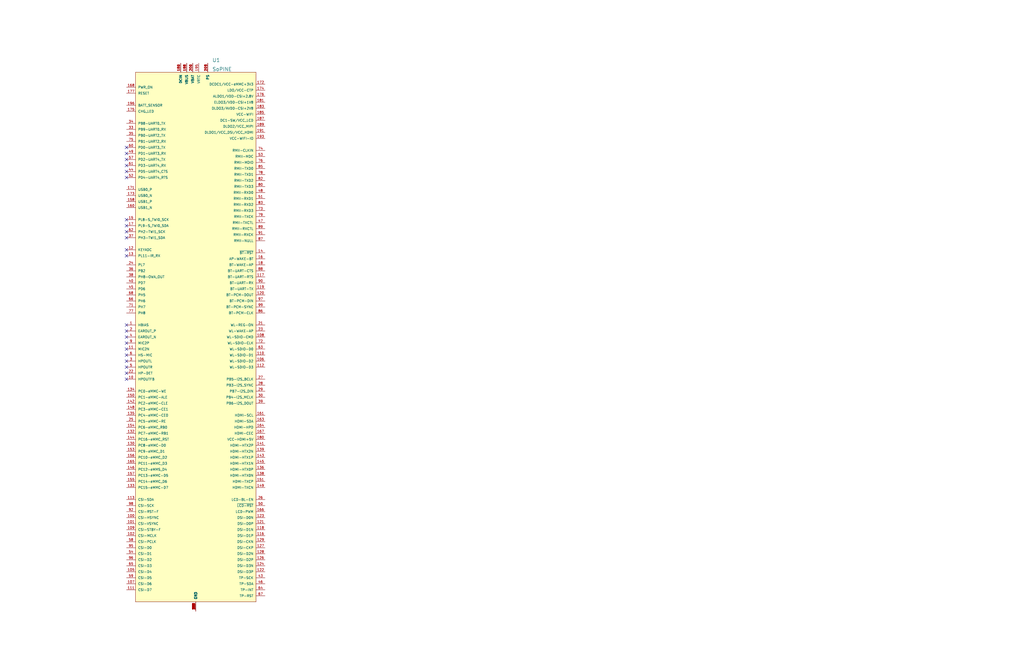
<source format=kicad_sch>
(kicad_sch (version 20211123) (generator eeschema)
  (paper "USLedger")
  (lib_symbols
    (symbol "SoPine:SoPINE" (pin_names (offset 1.016))
      (property "Reference" "U" (at -24.13 110.49 0))
      (property "Value" "SoPINE" (at 20.32 110.49 0))
      (symbol "SoPINE_1_1"
        (rectangle (start -25.4 109.22) (end 25.4 -114.3) (stroke (width 0.1524)) (fill (type background)))
        (pin bidirectional line (at -29.21 2.54 0) (length 3.81) (name "HBIAS") (number "1"))
        (pin bidirectional line (at -29.21 -20.32 0) (length 3.81) (name "HPOUTFB") (number "10"))
        (pin bidirectional line (at -29.21 -78.74 0) (length 3.81) (name "CSI-HSYNC") (number "100"))
        (pin bidirectional line (at -29.21 -81.28 0) (length 3.81) (name "CSI-VSYNC") (number "101"))
        (pin bidirectional line (at -29.21 -86.36 0) (length 3.81) (name "CSI-MCLK") (number "102"))
        (pin power_in line (at 0 -118.11 90) (length 3.81) (name "GND") (number "103"))
        (pin power_in line (at 0 -118.11 90) (length 3.81) (name "GND") (number "104"))
        (pin bidirectional line (at -29.21 -101.6 0) (length 3.81) (name "CSI-D4") (number "105"))
        (pin bidirectional line (at 29.21 -12.7 180) (length 3.81) (name "WL-SDIO-D2") (number "106"))
        (pin bidirectional line (at -29.21 -106.68 0) (length 3.81) (name "CSI-D6") (number "107"))
        (pin bidirectional line (at 29.21 -2.54 180) (length 3.81) (name "WL-SDIO-CMD") (number "108"))
        (pin bidirectional line (at -29.21 -83.82 0) (length 3.81) (name "CSI-STBY-F") (number "109"))
        (pin input line (at -29.21 -7.62 0) (length 3.81) (name "MIC2N") (number "11"))
        (pin bidirectional line (at 29.21 -10.16 180) (length 3.81) (name "WL-SDIO-D1") (number "110"))
        (pin bidirectional line (at -29.21 -109.22 0) (length 3.81) (name "CSI-D7") (number "111"))
        (pin bidirectional line (at 29.21 -15.24 180) (length 3.81) (name "WL-SDIO-D3") (number "112"))
        (pin bidirectional line (at -29.21 -71.12 0) (length 3.81) (name "CSI-SDA") (number "113"))
        (pin power_in line (at 0 -118.11 90) (length 3.81) (name "GND") (number "114"))
        (pin power_in line (at 0 -118.11 90) (length 3.81) (name "GND") (number "115"))
        (pin output line (at 29.21 -86.36 180) (length 3.81) (name "DSI-D1P") (number "116"))
        (pin bidirectional line (at 29.21 22.86 180) (length 3.81) (name "BT-UART-RTS") (number "117"))
        (pin output line (at 29.21 -83.82 180) (length 3.81) (name "DSI-D1N") (number "118"))
        (pin bidirectional line (at 29.21 17.78 180) (length 3.81) (name "BT-UART-TX") (number "119"))
        (pin bidirectional line (at -29.21 34.29 0) (length 3.81) (name "KEYADC") (number "12"))
        (pin bidirectional line (at 29.21 15.24 180) (length 3.81) (name "BT-PCM-DOUT") (number "120"))
        (pin bidirectional line (at 29.21 -81.28 180) (length 3.81) (name "DSI-D0P") (number "121"))
        (pin output line (at 29.21 -101.6 180) (length 3.81) (name "DSI-D3P") (number "122"))
        (pin bidirectional line (at 29.21 -78.74 180) (length 3.81) (name "DSI-D0N") (number "123"))
        (pin output line (at 29.21 -99.06 180) (length 3.81) (name "DSI-D3N") (number "124"))
        (pin power_in line (at 0 -118.11 90) (length 3.81) (name "GND") (number "125"))
        (pin output line (at 29.21 -96.52 180) (length 3.81) (name "DSI-D2P") (number "126"))
        (pin output line (at 29.21 -91.44 180) (length 3.81) (name "DSI-CKP") (number "127"))
        (pin output line (at 29.21 -93.98 180) (length 3.81) (name "DSI-D2N") (number "128"))
        (pin output line (at 29.21 -88.9 180) (length 3.81) (name "DSI-CKN") (number "129"))
        (pin input line (at -29.21 31.75 0) (length 3.81) (name "PL11-IR_RX") (number "13"))
        (pin bidirectional line (at -29.21 -48.26 0) (length 3.81) (name "PC8-eMMC-D0") (number "130"))
        (pin power_in line (at 0 -118.11 90) (length 3.81) (name "GND") (number "131"))
        (pin bidirectional line (at -29.21 -43.18 0) (length 3.81) (name "PC7-eMMC-RB1") (number "132"))
        (pin bidirectional line (at -29.21 -66.04 0) (length 3.81) (name "PC15-eMMC-D7") (number "133"))
        (pin bidirectional line (at -29.21 -25.4 0) (length 3.81) (name "PC0-eMMC-WE") (number "134"))
        (pin bidirectional line (at -29.21 -35.56 0) (length 3.81) (name "PC4-eMMC-CE0") (number "135"))
        (pin output line (at 29.21 -58.42 180) (length 3.81) (name "HDMI-HTX0P") (number "136"))
        (pin power_in line (at 0 -118.11 90) (length 3.81) (name "GND") (number "137"))
        (pin output line (at 29.21 -60.96 180) (length 3.81) (name "HDMI-HTX0N") (number "138"))
        (pin output line (at 29.21 -50.8 180) (length 3.81) (name "HDMI-HTX2N") (number "139"))
        (pin bidirectional line (at 29.21 33.02 180) (length 3.81) (name "~{BT-RST}") (number "14"))
        (pin power_in line (at 0 -118.11 90) (length 3.81) (name "GND") (number "140"))
        (pin output line (at 29.21 -48.26 180) (length 3.81) (name "HDMI-HTX2P") (number "141"))
        (pin bidirectional line (at -29.21 -30.48 0) (length 3.81) (name "PC2-eMMC-CLE") (number "142"))
        (pin output line (at 29.21 -53.34 180) (length 3.81) (name "HDMI-HTX1P") (number "143"))
        (pin output line (at -29.21 -45.72 0) (length 3.81) (name "PC16-eMMC_RST") (number "144"))
        (pin output line (at 29.21 -55.88 180) (length 3.81) (name "HDMI-HTX1N") (number "145"))
        (pin bidirectional line (at -29.21 -58.42 0) (length 3.81) (name "PC12-eMMS_D4") (number "146"))
        (pin power_in line (at 0 -118.11 90) (length 3.81) (name "GND") (number "147"))
        (pin bidirectional line (at -29.21 -33.02 0) (length 3.81) (name "PC3-eMMC-CE1") (number "148"))
        (pin output line (at 29.21 -66.04 180) (length 3.81) (name "HDMI-TXCN") (number "149"))
        (pin bidirectional line (at -29.21 46.99 0) (length 3.81) (name "PL8-S_TWI0_SCK") (number "15"))
        (pin output line (at -29.21 -27.94 0) (length 3.81) (name "PC1-eMMC-ALE") (number "150"))
        (pin output line (at 29.21 -63.5 180) (length 3.81) (name "HDMI-TXCP") (number "151"))
        (pin power_in line (at 0 -118.11 90) (length 3.81) (name "GND") (number "152"))
        (pin bidirectional line (at -29.21 -50.8 0) (length 3.81) (name "PC9-eMMC_D1") (number "153"))
        (pin bidirectional line (at -29.21 -40.64 0) (length 3.81) (name "PC6-eMMC_RB0") (number "154"))
        (pin bidirectional line (at -29.21 -63.5 0) (length 3.81) (name "PC14-eMMC_D6") (number "155"))
        (pin bidirectional line (at -29.21 -53.34 0) (length 3.81) (name "PC10-eMMC_D2") (number "156"))
        (pin bidirectional line (at -29.21 -60.96 0) (length 3.81) (name "PC13-eMMC-D5") (number "157"))
        (pin bidirectional line (at -29.21 54.61 0) (length 3.81) (name "USB1_P") (number "158"))
        (pin power_in line (at 0 -118.11 90) (length 3.81) (name "GND") (number "159"))
        (pin bidirectional line (at 29.21 30.48 180) (length 3.81) (name "AP-WAKE-BT") (number "16"))
        (pin bidirectional line (at -29.21 52.07 0) (length 3.81) (name "USB1_N") (number "160"))
        (pin bidirectional line (at 29.21 -35.56 180) (length 3.81) (name "HDMI-SCL") (number "161"))
        (pin power_in line (at 0 -118.11 90) (length 3.81) (name "GND") (number "162"))
        (pin bidirectional line (at 29.21 -38.1 180) (length 3.81) (name "HDMI-SDA") (number "163"))
        (pin bidirectional line (at 29.21 -40.64 180) (length 3.81) (name "HDMI-HPD") (number "164"))
        (pin bidirectional line (at -29.21 -55.88 0) (length 3.81) (name "PC11-eMMC_D3") (number "165"))
        (pin bidirectional line (at 29.21 -76.2 180) (length 3.81) (name "LCD-PWM") (number "166"))
        (pin bidirectional line (at 29.21 -43.18 180) (length 3.81) (name "HDMI-CEC") (number "167"))
        (pin input line (at -29.21 102.87 0) (length 3.81) (name "PWR_ON") (number "168"))
        (pin power_in line (at 0 -118.11 90) (length 3.81) (name "GND") (number "169"))
        (pin bidirectional line (at -29.21 44.45 0) (length 3.81) (name "PL9-S_TWI0_SDA") (number "17"))
        (pin bidirectional line (at -29.21 59.69 0) (length 3.81) (name "USB0_P") (number "171"))
        (pin power_out line (at 29.21 104.14 180) (length 3.81) (name "DCDC1/VCC-eMMC+3V3") (number "172"))
        (pin bidirectional line (at -29.21 57.15 0) (length 3.81) (name "USB0_N") (number "173"))
        (pin power_out line (at 29.21 101.6 180) (length 3.81) (name "LDO/VCC-CTP") (number "174"))
        (pin output line (at -29.21 92.71 0) (length 3.81) (name "CHG_LED") (number "175"))
        (pin power_out line (at 29.21 99.06 180) (length 3.81) (name "ALDO1/VDD-CSI+2.8V") (number "176"))
        (pin bidirectional line (at -29.21 100.33 0) (length 3.81) (name "RESET") (number "177"))
        (pin bidirectional line (at 29.21 27.94 180) (length 3.81) (name "BT-WAKE-AP") (number "18"))
        (pin power_in line (at -6.35 113.03 270) (length 3.81) (name "DCIN") (number "180"))
        (pin power_in line (at 29.21 -45.72 180) (length 3.81) (name "VCC-HDMI+5V") (number "180"))
        (pin power_out line (at 29.21 96.52 180) (length 3.81) (name "ELDO3/VDD-CSI+1V8") (number "181"))
        (pin power_in line (at -6.35 113.03 270) (length 3.81) (name "DCIN") (number "182"))
        (pin power_out line (at 29.21 93.98 180) (length 3.81) (name "DLDO3/AVDD-CSI+2V8") (number "183"))
        (pin power_in line (at -6.35 113.03 270) (length 3.81) (name "DCIN") (number "184"))
        (pin power_out line (at 29.21 91.44 180) (length 3.81) (name "VCC-WIFI") (number "185"))
        (pin power_out line (at 29.21 88.9 180) (length 3.81) (name "DC1-SW/VCC_LCD") (number "187"))
        (pin power_in line (at -3.81 113.03 270) (length 3.81) (name "VBUS") (number "188"))
        (pin power_out line (at 29.21 86.36 180) (length 3.81) (name "DLDO2/VCC_MIPI") (number "189"))
        (pin power_in line (at 0 -118.11 90) (length 3.81) (name "GND") (number "19"))
        (pin power_in line (at -3.81 113.03 270) (length 3.81) (name "VBUS") (number "190"))
        (pin power_out line (at 29.21 83.82 180) (length 3.81) (name "DLDO1/VCC_DSI/VCC_HDMI") (number "191"))
        (pin power_in line (at -3.81 113.03 270) (length 3.81) (name "VBUS") (number "192"))
        (pin power_out line (at 29.21 81.28 180) (length 3.81) (name "VCC-WIFI-IO") (number "193"))
        (pin power_in line (at 1.27 113.03 270) (length 3.81) (name "VRTC") (number "195"))
        (pin input line (at -29.21 95.25 0) (length 3.81) (name "BATT_SENSOR") (number "196"))
        (pin power_out line (at 5.08 113.03 270) (length 3.81) (name "PS") (number "199"))
        (pin output line (at -29.21 0 0) (length 3.81) (name "EAROUT_P") (number "2"))
        (pin power_in line (at 0 -118.11 90) (length 3.81) (name "GND") (number "20"))
        (pin power_in line (at -1.27 113.03 270) (length 3.81) (name "VBAT") (number "200"))
        (pin power_out line (at 5.08 113.03 270) (length 3.81) (name "PS") (number "201"))
        (pin power_in line (at -1.27 113.03 270) (length 3.81) (name "VBAT") (number "202"))
        (pin power_out line (at 5.08 113.03 270) (length 3.81) (name "PS") (number "203"))
        (pin power_in line (at -1.27 113.03 270) (length 3.81) (name "VBAT") (number "204"))
        (pin power_in line (at 0 -118.11 90) (length 3.81) (name "GND") (number "205"))
        (pin power_in line (at 0 -118.11 90) (length 3.81) (name "GND") (number "206"))
        (pin bidirectional line (at 29.21 2.54 180) (length 3.81) (name "WL-REG-ON") (number "21"))
        (pin input line (at -29.21 -17.78 0) (length 3.81) (name "HP-DET") (number "22"))
        (pin bidirectional line (at 29.21 0 180) (length 3.81) (name "WL-WAKE-AP") (number "23"))
        (pin bidirectional line (at -29.21 27.94 0) (length 3.81) (name "PL7") (number "24"))
        (pin bidirectional line (at -29.21 -38.1 0) (length 3.81) (name "PC5-eMMC-RE") (number "25"))
        (pin bidirectional line (at 29.21 -71.12 180) (length 3.81) (name "LCD-BL-EN") (number "26"))
        (pin bidirectional line (at 29.21 -20.32 180) (length 3.81) (name "PB5-I2S_BCLK") (number "27"))
        (pin bidirectional line (at 29.21 -22.86 180) (length 3.81) (name "PB3-I2S_SYNC") (number "28"))
        (pin input line (at 29.21 -25.4 180) (length 3.81) (name "PB7-I2S_DIN") (number "29"))
        (pin output line (at -29.21 -12.7 0) (length 3.81) (name "HPOUTL") (number "3"))
        (pin bidirectional line (at 29.21 -27.94 180) (length 3.81) (name "PB4-I2S_MCLK") (number "30"))
        (pin power_in line (at 0 -118.11 90) (length 3.81) (name "GND") (number "31"))
        (pin power_in line (at 0 -118.11 90) (length 3.81) (name "GND") (number "32"))
        (pin input line (at -29.21 85.09 0) (length 3.81) (name "PB9-UART0_RX") (number "33"))
        (pin output line (at -29.21 87.63 0) (length 3.81) (name "PB8-UART0_TX") (number "34"))
        (pin output line (at -29.21 82.55 0) (length 3.81) (name "PB0-UART2_TX") (number "35"))
        (pin bidirectional line (at -29.21 25.4 0) (length 3.81) (name "PB2") (number "36"))
        (pin bidirectional line (at -29.21 39.37 0) (length 3.81) (name "PH3-TWI1_SDA") (number "37"))
        (pin bidirectional line (at -29.21 22.86 0) (length 3.81) (name "PH8-OWA_OUT") (number "38"))
        (pin output line (at 29.21 -30.48 180) (length 3.81) (name "PB6-I2S_DOUT") (number "39"))
        (pin output line (at -29.21 -2.54 0) (length 3.81) (name "EAROUT_N") (number "4"))
        (pin bidirectional line (at -29.21 20.32 0) (length 3.81) (name "PD7") (number "40"))
        (pin power_in line (at 0 -118.11 90) (length 3.81) (name "GND") (number "41"))
        (pin power_in line (at 0 -118.11 90) (length 3.81) (name "GND") (number "42"))
        (pin bidirectional line (at 29.21 -104.14 180) (length 3.81) (name "TP-SCK") (number "43"))
        (pin bidirectional line (at -29.21 67.31 0) (length 3.81) (name "PD5-UART4_CTS") (number "44"))
        (pin bidirectional line (at -29.21 17.78 0) (length 3.81) (name "PD6") (number "45"))
        (pin bidirectional line (at 29.21 -106.68 180) (length 3.81) (name "TP-SDA") (number "46"))
        (pin output line (at 29.21 45.72 180) (length 3.81) (name "RMII-TXCTL") (number "47"))
        (pin bidirectional line (at 29.21 58.42 180) (length 3.81) (name "RMII-RXD0") (number "48"))
        (pin input line (at -29.21 74.93 0) (length 3.81) (name "PD1-UART3_RX") (number "49"))
        (pin output line (at -29.21 -15.24 0) (length 3.81) (name "HPOUTR") (number "5"))
        (pin output line (at 29.21 -73.66 180) (length 3.81) (name "~{LCD-RST}") (number "50"))
        (pin input line (at 29.21 55.88 180) (length 3.81) (name "RMII-RXD1") (number "51"))
        (pin bidirectional line (at -29.21 64.77 0) (length 3.81) (name "PD4-UART4_RTS") (number "52"))
        (pin bidirectional line (at 29.21 73.66 180) (length 3.81) (name "RMII-MDC") (number "53"))
        (pin bidirectional line (at -29.21 -93.98 0) (length 3.81) (name "CSI-D1") (number "54"))
        (pin power_in line (at 0 -118.11 90) (length 3.81) (name "GND") (number "55"))
        (pin power_in line (at 0 -118.11 90) (length 3.81) (name "GND") (number "56"))
        (pin output line (at -29.21 72.39 0) (length 3.81) (name "PD2-UART4_TX") (number "57"))
        (pin output line (at -29.21 -88.9 0) (length 3.81) (name "CSI-PCLK") (number "58"))
        (pin bidirectional line (at -29.21 -104.14 0) (length 3.81) (name "CSI-D5") (number "59"))
        (pin bidirectional line (at -29.21 -10.16 0) (length 3.81) (name "HS-MIC") (number "6"))
        (pin output line (at -29.21 77.47 0) (length 3.81) (name "PD0-UART3_TX") (number "60"))
        (pin input line (at -29.21 69.85 0) (length 3.81) (name "PD3-UART4_RX") (number "61"))
        (pin bidirectional line (at -29.21 41.91 0) (length 3.81) (name "PH2-TWI1_SCK") (number "62"))
        (pin bidirectional line (at 29.21 -7.62 180) (length 3.81) (name "WL-SDIO-D0") (number "63"))
        (pin bidirectional line (at 29.21 -109.22 180) (length 3.81) (name "TP-INT") (number "64"))
        (pin bidirectional line (at -29.21 -99.06 0) (length 3.81) (name "CSI-D3") (number "65"))
        (pin bidirectional line (at -29.21 12.7 0) (length 3.81) (name "PH6") (number "66"))
        (pin bidirectional line (at 29.21 -111.76 180) (length 3.81) (name "TP-RST") (number "67"))
        (pin bidirectional line (at -29.21 15.24 0) (length 3.81) (name "PH5") (number "68"))
        (pin power_in line (at 0 -118.11 90) (length 3.81) (name "GND") (number "69"))
        (pin power_in line (at 0 -118.11 90) (length 3.81) (name "GND") (number "7"))
        (pin power_in line (at 0 -118.11 90) (length 3.81) (name "GND") (number "70"))
        (pin bidirectional line (at -29.21 10.16 0) (length 3.81) (name "PH7") (number "71"))
        (pin output line (at 29.21 -5.08 180) (length 3.81) (name "WL-SDIO-CLK") (number "72"))
        (pin bidirectional line (at 29.21 50.8 180) (length 3.81) (name "RMII-RXD3") (number "73"))
        (pin input line (at 29.21 76.2 180) (length 3.81) (name "RMII-CLKIN") (number "74"))
        (pin input line (at -29.21 80.01 0) (length 3.81) (name "PB1-UART2_RX") (number "75"))
        (pin bidirectional line (at 29.21 71.12 180) (length 3.81) (name "RMII-MDIO") (number "76"))
        (pin bidirectional line (at -29.21 7.62 0) (length 3.81) (name "PH8") (number "77"))
        (pin output line (at 29.21 66.04 180) (length 3.81) (name "RMII-TXD1") (number "78"))
        (pin bidirectional line (at 29.21 48.26 180) (length 3.81) (name "RMII-TXCK") (number "79"))
        (pin power_in line (at 0 -118.11 90) (length 3.81) (name "GND") (number "8"))
        (pin output line (at 29.21 60.96 180) (length 3.81) (name "RMII-TXD3") (number "80"))
        (pin power_in line (at 0 -118.11 90) (length 3.81) (name "GND") (number "81"))
        (pin output line (at 29.21 63.5 180) (length 3.81) (name "RMII-TXD2") (number "82"))
        (pin input line (at 29.21 53.34 180) (length 3.81) (name "RMII-RXD2") (number "83"))
        (pin power_in line (at 0 -118.11 90) (length 3.81) (name "GND") (number "84"))
        (pin output line (at 29.21 68.58 180) (length 3.81) (name "RMII-TXD0") (number "85"))
        (pin bidirectional line (at 29.21 7.62 180) (length 3.81) (name "BT-PCM-CLK") (number "86"))
        (pin bidirectional line (at 29.21 38.1 180) (length 3.81) (name "RMII-NULL") (number "87"))
        (pin bidirectional line (at 29.21 25.4 180) (length 3.81) (name "BT-UART-CTS") (number "88"))
        (pin bidirectional line (at 29.21 43.18 180) (length 3.81) (name "RMII-RXCTL") (number "89"))
        (pin input line (at -29.21 -5.08 0) (length 3.81) (name "MIC2P") (number "9"))
        (pin input line (at 29.21 20.32 180) (length 3.81) (name "BT-UART-RX") (number "90"))
        (pin bidirectional line (at 29.21 40.64 180) (length 3.81) (name "RMII-RXCK") (number "91"))
        (pin bidirectional line (at -29.21 -76.2 0) (length 3.81) (name "CSI-RST-F") (number "92"))
        (pin power_in line (at 0 -118.11 90) (length 3.81) (name "GND") (number "93"))
        (pin power_in line (at 0 -118.11 90) (length 3.81) (name "GND") (number "94"))
        (pin bidirectional line (at -29.21 -91.44 0) (length 3.81) (name "CSI-D0") (number "95"))
        (pin bidirectional line (at -29.21 -96.52 0) (length 3.81) (name "CSI-D2") (number "96"))
        (pin bidirectional line (at 29.21 12.7 180) (length 3.81) (name "BT-PCM-DIN") (number "97"))
        (pin bidirectional line (at -29.21 -73.66 0) (length 3.81) (name "CSI-SCK") (number "98"))
        (pin bidirectional line (at 29.21 10.16 180) (length 3.81) (name "BT-PCM-SYNC") (number "99"))
      )
    )
  )
  (no_connect (at 53.34 137.16))
  (no_connect (at 53.34 74.93))
  (no_connect (at 53.34 64.77))
  (no_connect (at 53.34 142.24))
  (no_connect (at 53.34 160.02))
  (no_connect (at 53.34 62.23))
  (no_connect (at 53.34 147.32))
  (no_connect (at 53.34 95.25))
  (no_connect (at 53.34 149.86))
  (no_connect (at 53.34 97.79))
  (no_connect (at 53.34 72.39))
  (no_connect (at 53.34 157.48))
  (no_connect (at 53.34 105.41))
  (no_connect (at 53.34 67.31))
  (no_connect (at 53.34 107.95))
  (no_connect (at 53.34 154.94))
  (no_connect (at 53.34 139.7))
  (no_connect (at 53.34 92.71))
  (no_connect (at 53.34 152.4))
  (no_connect (at 53.34 69.85))
  (no_connect (at 53.34 144.78))
  (no_connect (at 53.34 100.33))
  (symbol (lib_id "SoPine:SoPINE") (at 82.55 139.7 0) (unit 1)
    (property "Reference" "U1" (at 89.5097 25.4 0) (effects (font (size 1.524 1.524)) (justify left)))
    (property "Value" "SoPINE" (at 89.5097 29.21 0) (effects (font (size 1.524 1.524)) (justify left)))
    (property "Footprint" "3dpboard:2-2013022-1" (effects hide))
  )
)
</source>
